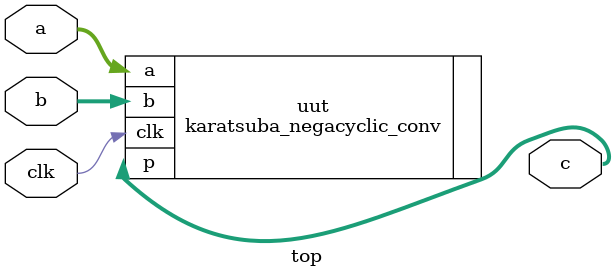
<source format=v>
`timescale 1ps/1ps

module top (
    input clk,
    input [543:0] a,
    input [543:0] b,
    output [543:0] c
    );
    
    karatsuba_negacyclic_conv #(.N(17), .D(32)) uut(.a(a), .b(b), .clk(clk), .p(c));
    
endmodule
</source>
